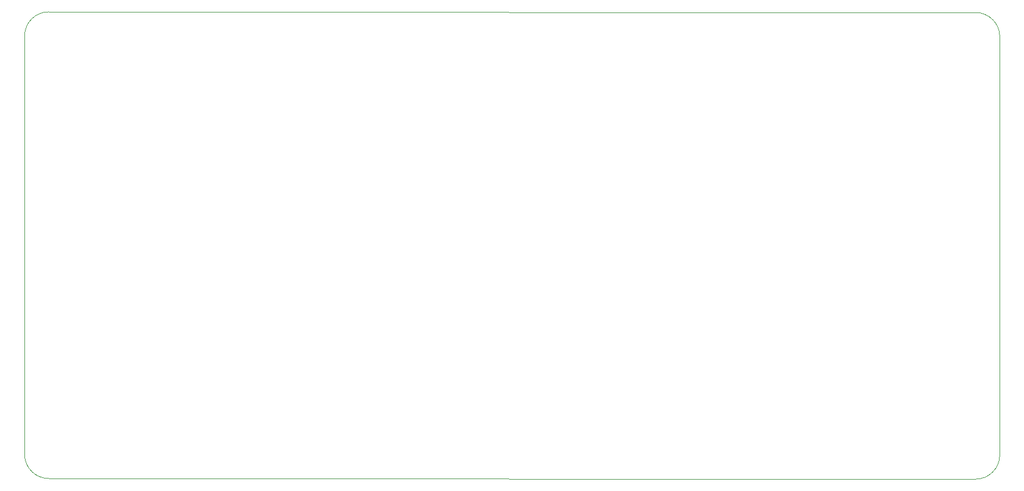
<source format=gbr>
G04 #@! TF.GenerationSoftware,KiCad,Pcbnew,(5.1.5)-3*
G04 #@! TF.CreationDate,2022-01-18T21:17:19-03:00*
G04 #@! TF.ProjectId,Base,42617365-2e6b-4696-9361-645f70636258,rev?*
G04 #@! TF.SameCoordinates,Original*
G04 #@! TF.FileFunction,Profile,NP*
%FSLAX46Y46*%
G04 Gerber Fmt 4.6, Leading zero omitted, Abs format (unit mm)*
G04 Created by KiCad (PCBNEW (5.1.5)-3) date 2022-01-18 21:17:19*
%MOMM*%
%LPD*%
G04 APERTURE LIST*
%ADD10C,0.050000*%
G04 APERTURE END LIST*
D10*
X101900000Y-102700000D02*
X240000000Y-102800000D01*
X98300000Y-36700000D02*
X98300000Y-99100000D01*
X240000000Y-33200000D02*
X101900000Y-33100000D01*
X243600000Y-99200000D02*
X243600000Y-36800000D01*
X243600000Y-99200000D02*
G75*
G02X240000000Y-102800000I-3600000J0D01*
G01*
X101900000Y-102700000D02*
G75*
G02X98300000Y-99100000I0J3600000D01*
G01*
X98300000Y-36700000D02*
G75*
G02X101900000Y-33100000I3600000J0D01*
G01*
X240000000Y-33200000D02*
G75*
G02X243600000Y-36800000I0J-3600000D01*
G01*
M02*

</source>
